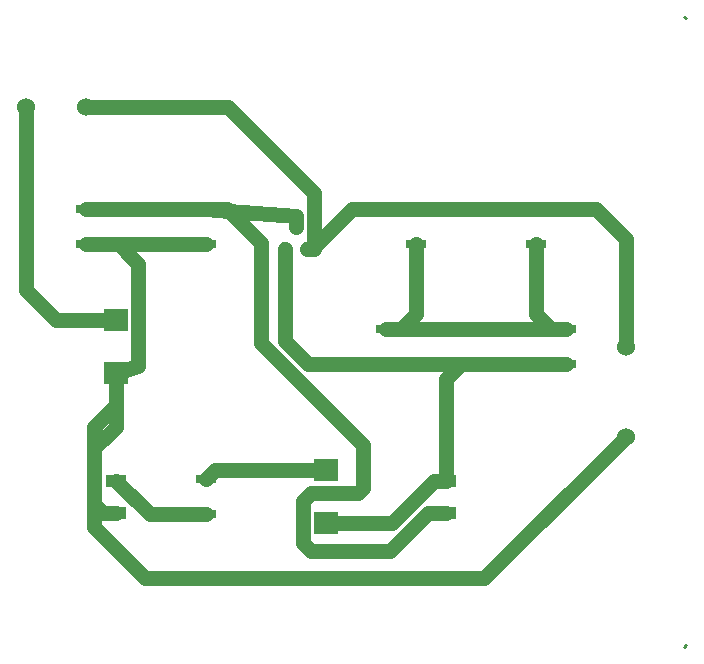
<source format=gtl>
G04*
G04 #@! TF.GenerationSoftware,Altium Limited,Altium Designer,22.0.2 (36)*
G04*
G04 Layer_Physical_Order=1*
G04 Layer_Color=255*
%FSLAX44Y44*%
%MOMM*%
G71*
G04*
G04 #@! TF.SameCoordinates,1DBA6D61-C74A-43BE-8FD4-109ECB75728B*
G04*
G04*
G04 #@! TF.FilePolarity,Positive*
G04*
G01*
G75*
%ADD10R,1.7500X0.7620*%
%ADD11R,0.5588X1.2700*%
%ADD12R,2.0320X1.8796*%
%ADD13R,1.7000X1.1000*%
%ADD14C,1.2700*%
%ADD15C,0.2540*%
%ADD16C,1.5240*%
D10*
X1193800Y624586D02*
D03*
Y594614D02*
D03*
X1295400Y624586D02*
D03*
Y594614D02*
D03*
X1574800Y624586D02*
D03*
Y594614D02*
D03*
X1473200Y624586D02*
D03*
Y594614D02*
D03*
X1600200Y522986D02*
D03*
Y493014D02*
D03*
X1524000Y522986D02*
D03*
Y493014D02*
D03*
X1447800Y522986D02*
D03*
Y493014D02*
D03*
X1295400Y395986D02*
D03*
Y366014D02*
D03*
D11*
X1371600Y609600D02*
D03*
X1380750Y590296D02*
D03*
X1362450D02*
D03*
D12*
X1219200Y485394D02*
D03*
Y530606D02*
D03*
X1397000Y358394D02*
D03*
Y403606D02*
D03*
D13*
X1219200Y394500D02*
D03*
Y367500D02*
D03*
X1498600Y394500D02*
D03*
Y367500D02*
D03*
D14*
X1219200Y458470D02*
Y485394D01*
Y440182D02*
Y458470D01*
X1193800Y594614D02*
X1221740D01*
X1386840Y592074D02*
Y638302D01*
Y590296D02*
Y592074D01*
X1419352Y624586D01*
X1385062Y590296D02*
X1386840Y592074D01*
X1447800Y493014D02*
X1511300D01*
X1314796Y622970D02*
X1371600Y618236D01*
X1295400Y624586D02*
X1314796Y622970D01*
X1342390Y595376D01*
X1313180Y624586D02*
X1314796Y622970D01*
X1460500Y522986D02*
X1524000D01*
X1221740Y594614D02*
X1238250Y578104D01*
Y491744D02*
Y578104D01*
X1219200Y485394D02*
X1238250Y491744D01*
X1380750Y590296D02*
X1385062D01*
X1386840D01*
X1313942Y711200D02*
X1386840Y638302D01*
X1193800Y711200D02*
X1313942D01*
X1511300Y493014D02*
X1524000D01*
X1498600Y480314D02*
X1511300Y493014D01*
X1498600Y394500D02*
Y480314D01*
X1362450Y512578D02*
Y590296D01*
Y512578D02*
X1382014Y493014D01*
X1447800D01*
X1303020Y403606D02*
X1397000D01*
X1295400Y395986D02*
X1303020Y403606D01*
X1295400Y624586D02*
X1313180D01*
X1342390Y511048D02*
Y595376D01*
Y511048D02*
X1428496Y424942D01*
Y388366D02*
Y424942D01*
X1424178Y384048D02*
X1428496Y388366D01*
X1384300Y384048D02*
X1424178D01*
X1377950Y377698D02*
X1384300Y384048D01*
X1377950Y341376D02*
Y377698D01*
Y341376D02*
X1384300Y335026D01*
X1451140D01*
X1483614Y367500D01*
X1498600D01*
X1371600Y609600D02*
Y618236D01*
X1473200Y535686D02*
Y594614D01*
X1460500Y522986D02*
X1473200Y535686D01*
X1447800Y522986D02*
X1460500D01*
X1574800Y535686D02*
Y594614D01*
Y535686D02*
X1587500Y522986D01*
X1600200D01*
X1488986Y394500D02*
X1498600D01*
X1452880Y358394D02*
X1488986Y394500D01*
X1397000Y358394D02*
X1452880D01*
X1574800Y624586D02*
X1625600D01*
X1651000Y599186D01*
Y508000D02*
Y599186D01*
X1143000Y556006D02*
Y711200D01*
Y556006D02*
X1168400Y530606D01*
X1219200D01*
X1200912Y440182D02*
X1219200Y458470D01*
X1200912Y355600D02*
Y440182D01*
Y355600D02*
X1244346Y312166D01*
X1531366D01*
X1651000Y431800D01*
X1208110Y367500D02*
X1219200D01*
X1200960Y374650D02*
X1208110Y367500D01*
X1200960Y374650D02*
Y421942D01*
X1219200Y440182D01*
X1248118Y366014D02*
X1295400D01*
X1219632Y394500D02*
X1248118Y366014D01*
X1219200Y394500D02*
X1219632D01*
X1419352Y624586D02*
X1473200D01*
X1221740Y594614D02*
X1295400D01*
X1473200Y624586D02*
X1574800D01*
X1524000Y493014D02*
X1600200D01*
X1193800Y624586D02*
X1295400D01*
X1524000Y522986D02*
X1587500D01*
D15*
X1700312Y787400D02*
X1701800Y785912D01*
X1700312Y254000D02*
X1701800Y255488D01*
D16*
X1651000Y508000D02*
D03*
Y431800D02*
D03*
X1143000Y711200D02*
D03*
X1193800D02*
D03*
M02*

</source>
